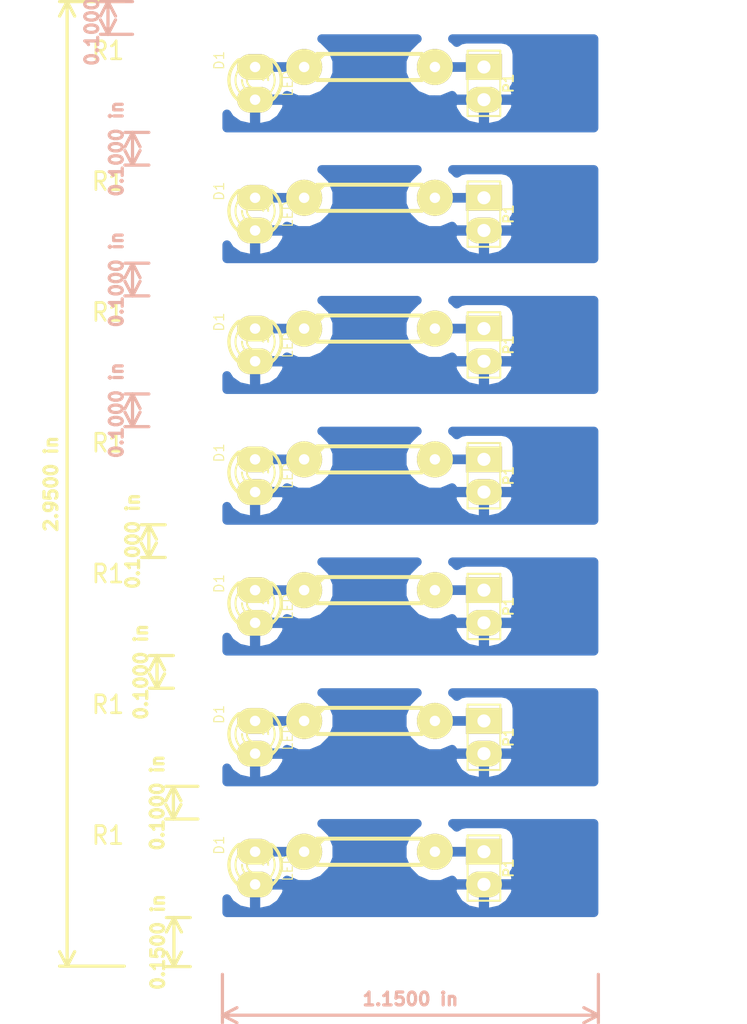
<source format=kicad_pcb>
(kicad_pcb (version 20171130) (host pcbnew 5.0.2-bee76a0~70~ubuntu16.04.1)

  (general
    (thickness 1.6)
    (drawings 25)
    (tracks 14)
    (zones 0)
    (modules 21)
    (nets 4)
  )

  (page A3)
  (layers
    (0 F.Cu signal)
    (31 B.Cu signal)
    (32 B.Adhes user)
    (33 F.Adhes user)
    (34 B.Paste user)
    (35 F.Paste user)
    (36 B.SilkS user)
    (37 F.SilkS user)
    (38 B.Mask user)
    (39 F.Mask user)
    (40 Dwgs.User user)
    (41 Cmts.User user)
    (42 Eco1.User user)
    (43 Eco2.User user)
    (44 Edge.Cuts user)
  )

  (setup
    (last_trace_width 0.75)
    (trace_clearance 0.254)
    (zone_clearance 0.8)
    (zone_45_only no)
    (trace_min 0.254)
    (segment_width 0.2)
    (edge_width 0.15)
    (via_size 0.889)
    (via_drill 0.635)
    (via_min_size 0.889)
    (via_min_drill 0.508)
    (uvia_size 0.508)
    (uvia_drill 0.127)
    (uvias_allowed no)
    (uvia_min_size 0.508)
    (uvia_min_drill 0.127)
    (pcb_text_width 0.3)
    (pcb_text_size 1 1)
    (mod_edge_width 0.15)
    (mod_text_size 1 1)
    (mod_text_width 0.15)
    (pad_size 2 2.8)
    (pad_drill 0.8128)
    (pad_to_mask_clearance 0)
    (solder_mask_min_width 0.25)
    (aux_axis_origin 49.53 54.61)
    (grid_origin 45.72 55.88)
    (visible_elements FFFFFFBF)
    (pcbplotparams
      (layerselection 0x00008_80000000)
      (usegerberextensions true)
      (usegerberattributes false)
      (usegerberadvancedattributes false)
      (creategerberjobfile false)
      (excludeedgelayer true)
      (linewidth 0.150000)
      (plotframeref false)
      (viasonmask false)
      (mode 1)
      (useauxorigin true)
      (hpglpennumber 1)
      (hpglpenspeed 20)
      (hpglpendiameter 15.000000)
      (psnegative false)
      (psa4output false)
      (plotreference false)
      (plotvalue false)
      (plotinvisibletext false)
      (padsonsilk false)
      (subtractmaskfromsilk false)
      (outputformat 1)
      (mirror false)
      (drillshape 0)
      (scaleselection 1)
      (outputdirectory ""))
  )

  (net 0 "")
  (net 1 N-000001)
  (net 2 N-000002)
  (net 3 N-000003)

  (net_class Default "Dies ist die voreingestellte Netzklasse."
    (clearance 0.254)
    (trace_width 0.75)
    (via_dia 0.889)
    (via_drill 0.635)
    (uvia_dia 0.508)
    (uvia_drill 0.127)
    (add_net N-000001)
    (add_net N-000002)
    (add_net N-000003)
  )

  (module PIN_ARRAY_2X1 (layer F.Cu) (tedit 58D04B6B) (tstamp 5C308D84)
    (at 66.04 -8.89 270)
    (descr "Connecteurs 2 pins")
    (tags "CONN DEV")
    (path /58049195)
    (fp_text reference P1 (at 0 -1.905 270) (layer F.SilkS)
      (effects (font (size 0.762 0.762) (thickness 0.1524)))
    )
    (fp_text value CONN_2 (at 0 -1.905 270) (layer F.SilkS) hide
      (effects (font (size 0.762 0.762) (thickness 0.1524)))
    )
    (fp_line (start 2.54 1.27) (end -2.54 1.27) (layer F.SilkS) (width 0.1524))
    (fp_line (start 2.54 -1.27) (end 2.54 1.27) (layer F.SilkS) (width 0.1524))
    (fp_line (start -2.54 -1.27) (end 2.54 -1.27) (layer F.SilkS) (width 0.1524))
    (fp_line (start -2.54 1.27) (end -2.54 -1.27) (layer F.SilkS) (width 0.1524))
    (pad 2 thru_hole oval (at 1.27 0 270) (size 2 2.8) (drill 1.016) (layers *.Cu *.Mask F.SilkS))
    (pad 1 thru_hole rect (at -1.27 0 270) (size 2 2.8) (drill 1.016) (layers *.Cu *.Mask F.SilkS))
    (model pin_array/pins_array_2x1.wrl
      (at (xyz 0 0 0))
      (scale (xyz 1 1 1))
      (rotate (xyz 0 0 0))
    )
  )

  (module LED-3MM (layer F.Cu) (tedit 58D04BDB) (tstamp 5C308D6C)
    (at 48.26 -8.89 90)
    (descr "LED 3mm - Lead pitch 100mil (2,54mm)")
    (tags "LED led 3mm 3MM 100mil 2,54mm")
    (path /58048ADF)
    (fp_text reference D1 (at 1.778 -2.794 90) (layer F.SilkS)
      (effects (font (size 0.762 0.762) (thickness 0.0889)))
    )
    (fp_text value LED (at 0 2.54 90) (layer F.SilkS)
      (effects (font (size 0.762 0.762) (thickness 0.0889)))
    )
    (fp_arc (start 0.254 0) (end -1.47574 1.06426) (angle 31.6) (layer F.SilkS) (width 0.254))
    (fp_arc (start 0.254 0) (end -1.778 0) (angle 28.3) (layer F.SilkS) (width 0.254))
    (fp_arc (start 0.254 0) (end 0.254 2.032) (angle 60.2) (layer F.SilkS) (width 0.254))
    (fp_arc (start 0.254 0) (end 1.8034 1.31064) (angle 49.7) (layer F.SilkS) (width 0.254))
    (fp_arc (start 0.254 0) (end -1.5367 -0.95504) (angle 61.9) (layer F.SilkS) (width 0.254))
    (fp_arc (start 0.254 0) (end 0.254 -2.032) (angle 50.1) (layer F.SilkS) (width 0.254))
    (fp_arc (start 0.254 0) (end 1.27 0) (angle 90) (layer F.SilkS) (width 0.1524))
    (fp_arc (start 0.254 0) (end 0.889 0) (angle 90) (layer F.SilkS) (width 0.1524))
    (fp_arc (start 0.254 0) (end -0.762 0) (angle 90) (layer F.SilkS) (width 0.1524))
    (fp_arc (start 0.254 0) (end -0.381 0) (angle 90) (layer F.SilkS) (width 0.1524))
    (fp_arc (start 0.254 0) (end 0.254 1.524) (angle 52.1) (layer F.SilkS) (width 0.1524))
    (fp_arc (start 0.254 0) (end 1.45542 0.93472) (angle 52.1) (layer F.SilkS) (width 0.1524))
    (fp_arc (start 0.254 0) (end -0.9652 -0.9144) (angle 53.1) (layer F.SilkS) (width 0.1524))
    (fp_arc (start 0.254 0) (end 0.254 -1.524) (angle 54.4) (layer F.SilkS) (width 0.1524))
    (fp_arc (start 0.254 0) (end 1.778 0) (angle 39.8) (layer F.SilkS) (width 0.1524))
    (fp_arc (start 0.254 0) (end 1.4097 -0.9906) (angle 40.6) (layer F.SilkS) (width 0.1524))
    (fp_arc (start 0.254 0) (end -0.88392 1.01092) (angle 41.6) (layer F.SilkS) (width 0.1524))
    (fp_arc (start 0.254 0) (end -1.27 0) (angle 39.8) (layer F.SilkS) (width 0.1524))
    (fp_line (start 1.8288 1.27) (end 1.8288 -1.27) (layer F.SilkS) (width 0.254))
    (pad 2 thru_hole oval (at 1.27 0 90) (size 2 2.8) (drill 0.8128) (layers *.Cu *.Mask F.SilkS))
    (pad 1 thru_hole oval (at -1.27 0 90) (size 2 2.8) (drill 0.8128) (layers *.Cu *.Mask F.SilkS))
    (model discret/leds/led3_vertical_verde.wrl
      (at (xyz 0 0 0))
      (scale (xyz 1 1 1))
      (rotate (xyz 0 0 0))
    )
  )

  (module R4 (layer F.Cu) (tedit 58D04BC3) (tstamp 5C308D5F)
    (at 57.15 -10.16)
    (descr "Resitance 4 pas")
    (tags R)
    (path /58048B1C)
    (autoplace_cost180 10)
    (fp_text reference R1 (at -20.32 -1.27) (layer F.SilkS)
      (effects (font (size 1.397 1.27) (thickness 0.2032)))
    )
    (fp_text value R (at 0 0) (layer F.SilkS) hide
      (effects (font (size 1.397 1.27) (thickness 0.2032)))
    )
    (fp_line (start 5.08 0) (end 4.064 0) (layer F.SilkS) (width 0.3048))
    (fp_line (start -4.064 -0.508) (end -3.556 -1.016) (layer F.SilkS) (width 0.3048))
    (fp_line (start -4.064 1.016) (end -4.064 0) (layer F.SilkS) (width 0.3048))
    (fp_line (start 4.064 1.016) (end -4.064 1.016) (layer F.SilkS) (width 0.3048))
    (fp_line (start 4.064 -1.016) (end 4.064 1.016) (layer F.SilkS) (width 0.3048))
    (fp_line (start -4.064 -1.016) (end 4.064 -1.016) (layer F.SilkS) (width 0.3048))
    (fp_line (start -4.064 0) (end -4.064 -1.016) (layer F.SilkS) (width 0.3048))
    (fp_line (start -5.08 0) (end -4.064 0) (layer F.SilkS) (width 0.3048))
    (pad 2 thru_hole circle (at 5.08 0) (size 2.8 2.8) (drill 0.8128) (layers *.Cu *.Mask F.SilkS))
    (pad 1 thru_hole circle (at -5.08 0) (size 2.8 2.8) (drill 0.8128) (layers *.Cu *.Mask F.SilkS))
    (model discret/resistor.wrl
      (at (xyz 0 0 0))
      (scale (xyz 0.4 0.4 0.4))
      (rotate (xyz 0 0 0))
    )
  )

  (module PIN_ARRAY_2X1 (layer F.Cu) (tedit 58D04B6B) (tstamp 5C308D84)
    (at 66.04 1.27 270)
    (descr "Connecteurs 2 pins")
    (tags "CONN DEV")
    (path /58049195)
    (fp_text reference P1 (at 0 -1.905 270) (layer F.SilkS)
      (effects (font (size 0.762 0.762) (thickness 0.1524)))
    )
    (fp_text value CONN_2 (at 0 -1.905 270) (layer F.SilkS) hide
      (effects (font (size 0.762 0.762) (thickness 0.1524)))
    )
    (fp_line (start 2.54 1.27) (end -2.54 1.27) (layer F.SilkS) (width 0.1524))
    (fp_line (start 2.54 -1.27) (end 2.54 1.27) (layer F.SilkS) (width 0.1524))
    (fp_line (start -2.54 -1.27) (end 2.54 -1.27) (layer F.SilkS) (width 0.1524))
    (fp_line (start -2.54 1.27) (end -2.54 -1.27) (layer F.SilkS) (width 0.1524))
    (pad 2 thru_hole oval (at 1.27 0 270) (size 2 2.8) (drill 1.016) (layers *.Cu *.Mask F.SilkS))
    (pad 1 thru_hole rect (at -1.27 0 270) (size 2 2.8) (drill 1.016) (layers *.Cu *.Mask F.SilkS))
    (model pin_array/pins_array_2x1.wrl
      (at (xyz 0 0 0))
      (scale (xyz 1 1 1))
      (rotate (xyz 0 0 0))
    )
  )

  (module LED-3MM (layer F.Cu) (tedit 58D04BDB) (tstamp 5C308D6C)
    (at 48.26 1.27 90)
    (descr "LED 3mm - Lead pitch 100mil (2,54mm)")
    (tags "LED led 3mm 3MM 100mil 2,54mm")
    (path /58048ADF)
    (fp_text reference D1 (at 1.778 -2.794 90) (layer F.SilkS)
      (effects (font (size 0.762 0.762) (thickness 0.0889)))
    )
    (fp_text value LED (at 0 2.54 90) (layer F.SilkS)
      (effects (font (size 0.762 0.762) (thickness 0.0889)))
    )
    (fp_arc (start 0.254 0) (end -1.47574 1.06426) (angle 31.6) (layer F.SilkS) (width 0.254))
    (fp_arc (start 0.254 0) (end -1.778 0) (angle 28.3) (layer F.SilkS) (width 0.254))
    (fp_arc (start 0.254 0) (end 0.254 2.032) (angle 60.2) (layer F.SilkS) (width 0.254))
    (fp_arc (start 0.254 0) (end 1.8034 1.31064) (angle 49.7) (layer F.SilkS) (width 0.254))
    (fp_arc (start 0.254 0) (end -1.5367 -0.95504) (angle 61.9) (layer F.SilkS) (width 0.254))
    (fp_arc (start 0.254 0) (end 0.254 -2.032) (angle 50.1) (layer F.SilkS) (width 0.254))
    (fp_arc (start 0.254 0) (end 1.27 0) (angle 90) (layer F.SilkS) (width 0.1524))
    (fp_arc (start 0.254 0) (end 0.889 0) (angle 90) (layer F.SilkS) (width 0.1524))
    (fp_arc (start 0.254 0) (end -0.762 0) (angle 90) (layer F.SilkS) (width 0.1524))
    (fp_arc (start 0.254 0) (end -0.381 0) (angle 90) (layer F.SilkS) (width 0.1524))
    (fp_arc (start 0.254 0) (end 0.254 1.524) (angle 52.1) (layer F.SilkS) (width 0.1524))
    (fp_arc (start 0.254 0) (end 1.45542 0.93472) (angle 52.1) (layer F.SilkS) (width 0.1524))
    (fp_arc (start 0.254 0) (end -0.9652 -0.9144) (angle 53.1) (layer F.SilkS) (width 0.1524))
    (fp_arc (start 0.254 0) (end 0.254 -1.524) (angle 54.4) (layer F.SilkS) (width 0.1524))
    (fp_arc (start 0.254 0) (end 1.778 0) (angle 39.8) (layer F.SilkS) (width 0.1524))
    (fp_arc (start 0.254 0) (end 1.4097 -0.9906) (angle 40.6) (layer F.SilkS) (width 0.1524))
    (fp_arc (start 0.254 0) (end -0.88392 1.01092) (angle 41.6) (layer F.SilkS) (width 0.1524))
    (fp_arc (start 0.254 0) (end -1.27 0) (angle 39.8) (layer F.SilkS) (width 0.1524))
    (fp_line (start 1.8288 1.27) (end 1.8288 -1.27) (layer F.SilkS) (width 0.254))
    (pad 2 thru_hole oval (at 1.27 0 90) (size 2 2.8) (drill 0.8128) (layers *.Cu *.Mask F.SilkS))
    (pad 1 thru_hole oval (at -1.27 0 90) (size 2 2.8) (drill 0.8128) (layers *.Cu *.Mask F.SilkS))
    (model discret/leds/led3_vertical_verde.wrl
      (at (xyz 0 0 0))
      (scale (xyz 1 1 1))
      (rotate (xyz 0 0 0))
    )
  )

  (module R4 (layer F.Cu) (tedit 58D04BC3) (tstamp 5C308D5F)
    (at 57.15 0)
    (descr "Resitance 4 pas")
    (tags R)
    (path /58048B1C)
    (autoplace_cost180 10)
    (fp_text reference R1 (at -20.32 -1.27) (layer F.SilkS)
      (effects (font (size 1.397 1.27) (thickness 0.2032)))
    )
    (fp_text value R (at 0 0) (layer F.SilkS) hide
      (effects (font (size 1.397 1.27) (thickness 0.2032)))
    )
    (fp_line (start 5.08 0) (end 4.064 0) (layer F.SilkS) (width 0.3048))
    (fp_line (start -4.064 -0.508) (end -3.556 -1.016) (layer F.SilkS) (width 0.3048))
    (fp_line (start -4.064 1.016) (end -4.064 0) (layer F.SilkS) (width 0.3048))
    (fp_line (start 4.064 1.016) (end -4.064 1.016) (layer F.SilkS) (width 0.3048))
    (fp_line (start 4.064 -1.016) (end 4.064 1.016) (layer F.SilkS) (width 0.3048))
    (fp_line (start -4.064 -1.016) (end 4.064 -1.016) (layer F.SilkS) (width 0.3048))
    (fp_line (start -4.064 0) (end -4.064 -1.016) (layer F.SilkS) (width 0.3048))
    (fp_line (start -5.08 0) (end -4.064 0) (layer F.SilkS) (width 0.3048))
    (pad 2 thru_hole circle (at 5.08 0) (size 2.8 2.8) (drill 0.8128) (layers *.Cu *.Mask F.SilkS))
    (pad 1 thru_hole circle (at -5.08 0) (size 2.8 2.8) (drill 0.8128) (layers *.Cu *.Mask F.SilkS))
    (model discret/resistor.wrl
      (at (xyz 0 0 0))
      (scale (xyz 0.4 0.4 0.4))
      (rotate (xyz 0 0 0))
    )
  )

  (module PIN_ARRAY_2X1 (layer F.Cu) (tedit 58D04B6B) (tstamp 5C308D84)
    (at 66.04 11.43 270)
    (descr "Connecteurs 2 pins")
    (tags "CONN DEV")
    (path /58049195)
    (fp_text reference P1 (at 0 -1.905 270) (layer F.SilkS)
      (effects (font (size 0.762 0.762) (thickness 0.1524)))
    )
    (fp_text value CONN_2 (at 0 -1.905 270) (layer F.SilkS) hide
      (effects (font (size 0.762 0.762) (thickness 0.1524)))
    )
    (fp_line (start 2.54 1.27) (end -2.54 1.27) (layer F.SilkS) (width 0.1524))
    (fp_line (start 2.54 -1.27) (end 2.54 1.27) (layer F.SilkS) (width 0.1524))
    (fp_line (start -2.54 -1.27) (end 2.54 -1.27) (layer F.SilkS) (width 0.1524))
    (fp_line (start -2.54 1.27) (end -2.54 -1.27) (layer F.SilkS) (width 0.1524))
    (pad 2 thru_hole oval (at 1.27 0 270) (size 2 2.8) (drill 1.016) (layers *.Cu *.Mask F.SilkS))
    (pad 1 thru_hole rect (at -1.27 0 270) (size 2 2.8) (drill 1.016) (layers *.Cu *.Mask F.SilkS))
    (model pin_array/pins_array_2x1.wrl
      (at (xyz 0 0 0))
      (scale (xyz 1 1 1))
      (rotate (xyz 0 0 0))
    )
  )

  (module LED-3MM (layer F.Cu) (tedit 58D04BDB) (tstamp 5C308D6C)
    (at 48.26 11.43 90)
    (descr "LED 3mm - Lead pitch 100mil (2,54mm)")
    (tags "LED led 3mm 3MM 100mil 2,54mm")
    (path /58048ADF)
    (fp_text reference D1 (at 1.778 -2.794 90) (layer F.SilkS)
      (effects (font (size 0.762 0.762) (thickness 0.0889)))
    )
    (fp_text value LED (at 0 2.54 90) (layer F.SilkS)
      (effects (font (size 0.762 0.762) (thickness 0.0889)))
    )
    (fp_arc (start 0.254 0) (end -1.47574 1.06426) (angle 31.6) (layer F.SilkS) (width 0.254))
    (fp_arc (start 0.254 0) (end -1.778 0) (angle 28.3) (layer F.SilkS) (width 0.254))
    (fp_arc (start 0.254 0) (end 0.254 2.032) (angle 60.2) (layer F.SilkS) (width 0.254))
    (fp_arc (start 0.254 0) (end 1.8034 1.31064) (angle 49.7) (layer F.SilkS) (width 0.254))
    (fp_arc (start 0.254 0) (end -1.5367 -0.95504) (angle 61.9) (layer F.SilkS) (width 0.254))
    (fp_arc (start 0.254 0) (end 0.254 -2.032) (angle 50.1) (layer F.SilkS) (width 0.254))
    (fp_arc (start 0.254 0) (end 1.27 0) (angle 90) (layer F.SilkS) (width 0.1524))
    (fp_arc (start 0.254 0) (end 0.889 0) (angle 90) (layer F.SilkS) (width 0.1524))
    (fp_arc (start 0.254 0) (end -0.762 0) (angle 90) (layer F.SilkS) (width 0.1524))
    (fp_arc (start 0.254 0) (end -0.381 0) (angle 90) (layer F.SilkS) (width 0.1524))
    (fp_arc (start 0.254 0) (end 0.254 1.524) (angle 52.1) (layer F.SilkS) (width 0.1524))
    (fp_arc (start 0.254 0) (end 1.45542 0.93472) (angle 52.1) (layer F.SilkS) (width 0.1524))
    (fp_arc (start 0.254 0) (end -0.9652 -0.9144) (angle 53.1) (layer F.SilkS) (width 0.1524))
    (fp_arc (start 0.254 0) (end 0.254 -1.524) (angle 54.4) (layer F.SilkS) (width 0.1524))
    (fp_arc (start 0.254 0) (end 1.778 0) (angle 39.8) (layer F.SilkS) (width 0.1524))
    (fp_arc (start 0.254 0) (end 1.4097 -0.9906) (angle 40.6) (layer F.SilkS) (width 0.1524))
    (fp_arc (start 0.254 0) (end -0.88392 1.01092) (angle 41.6) (layer F.SilkS) (width 0.1524))
    (fp_arc (start 0.254 0) (end -1.27 0) (angle 39.8) (layer F.SilkS) (width 0.1524))
    (fp_line (start 1.8288 1.27) (end 1.8288 -1.27) (layer F.SilkS) (width 0.254))
    (pad 2 thru_hole oval (at 1.27 0 90) (size 2 2.8) (drill 0.8128) (layers *.Cu *.Mask F.SilkS))
    (pad 1 thru_hole oval (at -1.27 0 90) (size 2 2.8) (drill 0.8128) (layers *.Cu *.Mask F.SilkS))
    (model discret/leds/led3_vertical_verde.wrl
      (at (xyz 0 0 0))
      (scale (xyz 1 1 1))
      (rotate (xyz 0 0 0))
    )
  )

  (module R4 (layer F.Cu) (tedit 58D04BC3) (tstamp 5C308D5F)
    (at 57.15 10.16)
    (descr "Resitance 4 pas")
    (tags R)
    (path /58048B1C)
    (autoplace_cost180 10)
    (fp_text reference R1 (at -20.32 -1.27) (layer F.SilkS)
      (effects (font (size 1.397 1.27) (thickness 0.2032)))
    )
    (fp_text value R (at 0 0) (layer F.SilkS) hide
      (effects (font (size 1.397 1.27) (thickness 0.2032)))
    )
    (fp_line (start 5.08 0) (end 4.064 0) (layer F.SilkS) (width 0.3048))
    (fp_line (start -4.064 -0.508) (end -3.556 -1.016) (layer F.SilkS) (width 0.3048))
    (fp_line (start -4.064 1.016) (end -4.064 0) (layer F.SilkS) (width 0.3048))
    (fp_line (start 4.064 1.016) (end -4.064 1.016) (layer F.SilkS) (width 0.3048))
    (fp_line (start 4.064 -1.016) (end 4.064 1.016) (layer F.SilkS) (width 0.3048))
    (fp_line (start -4.064 -1.016) (end 4.064 -1.016) (layer F.SilkS) (width 0.3048))
    (fp_line (start -4.064 0) (end -4.064 -1.016) (layer F.SilkS) (width 0.3048))
    (fp_line (start -5.08 0) (end -4.064 0) (layer F.SilkS) (width 0.3048))
    (pad 2 thru_hole circle (at 5.08 0) (size 2.8 2.8) (drill 0.8128) (layers *.Cu *.Mask F.SilkS))
    (pad 1 thru_hole circle (at -5.08 0) (size 2.8 2.8) (drill 0.8128) (layers *.Cu *.Mask F.SilkS))
    (model discret/resistor.wrl
      (at (xyz 0 0 0))
      (scale (xyz 0.4 0.4 0.4))
      (rotate (xyz 0 0 0))
    )
  )

  (module PIN_ARRAY_2X1 (layer F.Cu) (tedit 58D04B6B) (tstamp 5C308D84)
    (at 66.04 21.59 270)
    (descr "Connecteurs 2 pins")
    (tags "CONN DEV")
    (path /58049195)
    (fp_text reference P1 (at 0 -1.905 270) (layer F.SilkS)
      (effects (font (size 0.762 0.762) (thickness 0.1524)))
    )
    (fp_text value CONN_2 (at 0 -1.905 270) (layer F.SilkS) hide
      (effects (font (size 0.762 0.762) (thickness 0.1524)))
    )
    (fp_line (start 2.54 1.27) (end -2.54 1.27) (layer F.SilkS) (width 0.1524))
    (fp_line (start 2.54 -1.27) (end 2.54 1.27) (layer F.SilkS) (width 0.1524))
    (fp_line (start -2.54 -1.27) (end 2.54 -1.27) (layer F.SilkS) (width 0.1524))
    (fp_line (start -2.54 1.27) (end -2.54 -1.27) (layer F.SilkS) (width 0.1524))
    (pad 2 thru_hole oval (at 1.27 0 270) (size 2 2.8) (drill 1.016) (layers *.Cu *.Mask F.SilkS))
    (pad 1 thru_hole rect (at -1.27 0 270) (size 2 2.8) (drill 1.016) (layers *.Cu *.Mask F.SilkS))
    (model pin_array/pins_array_2x1.wrl
      (at (xyz 0 0 0))
      (scale (xyz 1 1 1))
      (rotate (xyz 0 0 0))
    )
  )

  (module LED-3MM (layer F.Cu) (tedit 58D04BDB) (tstamp 5C308D6C)
    (at 48.26 21.59 90)
    (descr "LED 3mm - Lead pitch 100mil (2,54mm)")
    (tags "LED led 3mm 3MM 100mil 2,54mm")
    (path /58048ADF)
    (fp_text reference D1 (at 1.778 -2.794 90) (layer F.SilkS)
      (effects (font (size 0.762 0.762) (thickness 0.0889)))
    )
    (fp_text value LED (at 0 2.54 90) (layer F.SilkS)
      (effects (font (size 0.762 0.762) (thickness 0.0889)))
    )
    (fp_arc (start 0.254 0) (end -1.47574 1.06426) (angle 31.6) (layer F.SilkS) (width 0.254))
    (fp_arc (start 0.254 0) (end -1.778 0) (angle 28.3) (layer F.SilkS) (width 0.254))
    (fp_arc (start 0.254 0) (end 0.254 2.032) (angle 60.2) (layer F.SilkS) (width 0.254))
    (fp_arc (start 0.254 0) (end 1.8034 1.31064) (angle 49.7) (layer F.SilkS) (width 0.254))
    (fp_arc (start 0.254 0) (end -1.5367 -0.95504) (angle 61.9) (layer F.SilkS) (width 0.254))
    (fp_arc (start 0.254 0) (end 0.254 -2.032) (angle 50.1) (layer F.SilkS) (width 0.254))
    (fp_arc (start 0.254 0) (end 1.27 0) (angle 90) (layer F.SilkS) (width 0.1524))
    (fp_arc (start 0.254 0) (end 0.889 0) (angle 90) (layer F.SilkS) (width 0.1524))
    (fp_arc (start 0.254 0) (end -0.762 0) (angle 90) (layer F.SilkS) (width 0.1524))
    (fp_arc (start 0.254 0) (end -0.381 0) (angle 90) (layer F.SilkS) (width 0.1524))
    (fp_arc (start 0.254 0) (end 0.254 1.524) (angle 52.1) (layer F.SilkS) (width 0.1524))
    (fp_arc (start 0.254 0) (end 1.45542 0.93472) (angle 52.1) (layer F.SilkS) (width 0.1524))
    (fp_arc (start 0.254 0) (end -0.9652 -0.9144) (angle 53.1) (layer F.SilkS) (width 0.1524))
    (fp_arc (start 0.254 0) (end 0.254 -1.524) (angle 54.4) (layer F.SilkS) (width 0.1524))
    (fp_arc (start 0.254 0) (end 1.778 0) (angle 39.8) (layer F.SilkS) (width 0.1524))
    (fp_arc (start 0.254 0) (end 1.4097 -0.9906) (angle 40.6) (layer F.SilkS) (width 0.1524))
    (fp_arc (start 0.254 0) (end -0.88392 1.01092) (angle 41.6) (layer F.SilkS) (width 0.1524))
    (fp_arc (start 0.254 0) (end -1.27 0) (angle 39.8) (layer F.SilkS) (width 0.1524))
    (fp_line (start 1.8288 1.27) (end 1.8288 -1.27) (layer F.SilkS) (width 0.254))
    (pad 2 thru_hole oval (at 1.27 0 90) (size 2 2.8) (drill 0.8128) (layers *.Cu *.Mask F.SilkS))
    (pad 1 thru_hole oval (at -1.27 0 90) (size 2 2.8) (drill 0.8128) (layers *.Cu *.Mask F.SilkS))
    (model discret/leds/led3_vertical_verde.wrl
      (at (xyz 0 0 0))
      (scale (xyz 1 1 1))
      (rotate (xyz 0 0 0))
    )
  )

  (module R4 (layer F.Cu) (tedit 58D04BC3) (tstamp 5C308D5F)
    (at 57.15 20.32)
    (descr "Resitance 4 pas")
    (tags R)
    (path /58048B1C)
    (autoplace_cost180 10)
    (fp_text reference R1 (at -20.32 -1.27) (layer F.SilkS)
      (effects (font (size 1.397 1.27) (thickness 0.2032)))
    )
    (fp_text value R (at 0 0) (layer F.SilkS) hide
      (effects (font (size 1.397 1.27) (thickness 0.2032)))
    )
    (fp_line (start 5.08 0) (end 4.064 0) (layer F.SilkS) (width 0.3048))
    (fp_line (start -4.064 -0.508) (end -3.556 -1.016) (layer F.SilkS) (width 0.3048))
    (fp_line (start -4.064 1.016) (end -4.064 0) (layer F.SilkS) (width 0.3048))
    (fp_line (start 4.064 1.016) (end -4.064 1.016) (layer F.SilkS) (width 0.3048))
    (fp_line (start 4.064 -1.016) (end 4.064 1.016) (layer F.SilkS) (width 0.3048))
    (fp_line (start -4.064 -1.016) (end 4.064 -1.016) (layer F.SilkS) (width 0.3048))
    (fp_line (start -4.064 0) (end -4.064 -1.016) (layer F.SilkS) (width 0.3048))
    (fp_line (start -5.08 0) (end -4.064 0) (layer F.SilkS) (width 0.3048))
    (pad 2 thru_hole circle (at 5.08 0) (size 2.8 2.8) (drill 0.8128) (layers *.Cu *.Mask F.SilkS))
    (pad 1 thru_hole circle (at -5.08 0) (size 2.8 2.8) (drill 0.8128) (layers *.Cu *.Mask F.SilkS))
    (model discret/resistor.wrl
      (at (xyz 0 0 0))
      (scale (xyz 0.4 0.4 0.4))
      (rotate (xyz 0 0 0))
    )
  )

  (module PIN_ARRAY_2X1 (layer F.Cu) (tedit 58D04B6B) (tstamp 5C3094A6)
    (at 66.04 31.75 270)
    (descr "Connecteurs 2 pins")
    (tags "CONN DEV")
    (path /58049195)
    (fp_text reference P1 (at 0 -1.905 270) (layer F.SilkS)
      (effects (font (size 0.762 0.762) (thickness 0.1524)))
    )
    (fp_text value CONN_2 (at 0 -1.905 270) (layer F.SilkS) hide
      (effects (font (size 0.762 0.762) (thickness 0.1524)))
    )
    (fp_line (start -2.54 1.27) (end -2.54 -1.27) (layer F.SilkS) (width 0.1524))
    (fp_line (start -2.54 -1.27) (end 2.54 -1.27) (layer F.SilkS) (width 0.1524))
    (fp_line (start 2.54 -1.27) (end 2.54 1.27) (layer F.SilkS) (width 0.1524))
    (fp_line (start 2.54 1.27) (end -2.54 1.27) (layer F.SilkS) (width 0.1524))
    (pad 1 thru_hole rect (at -1.27 0 270) (size 2 2.8) (drill 1.016) (layers *.Cu *.Mask F.SilkS))
    (pad 2 thru_hole oval (at 1.27 0 270) (size 2 2.8) (drill 1.016) (layers *.Cu *.Mask F.SilkS))
    (model pin_array/pins_array_2x1.wrl
      (at (xyz 0 0 0))
      (scale (xyz 1 1 1))
      (rotate (xyz 0 0 0))
    )
  )

  (module LED-3MM (layer F.Cu) (tedit 58D04BDB) (tstamp 5C3095A5)
    (at 48.26 31.75 90)
    (descr "LED 3mm - Lead pitch 100mil (2,54mm)")
    (tags "LED led 3mm 3MM 100mil 2,54mm")
    (path /58048ADF)
    (fp_text reference D1 (at 1.778 -2.794 90) (layer F.SilkS)
      (effects (font (size 0.762 0.762) (thickness 0.0889)))
    )
    (fp_text value LED (at 0 2.54 90) (layer F.SilkS)
      (effects (font (size 0.762 0.762) (thickness 0.0889)))
    )
    (fp_line (start 1.8288 1.27) (end 1.8288 -1.27) (layer F.SilkS) (width 0.254))
    (fp_arc (start 0.254 0) (end -1.27 0) (angle 39.8) (layer F.SilkS) (width 0.1524))
    (fp_arc (start 0.254 0) (end -0.88392 1.01092) (angle 41.6) (layer F.SilkS) (width 0.1524))
    (fp_arc (start 0.254 0) (end 1.4097 -0.9906) (angle 40.6) (layer F.SilkS) (width 0.1524))
    (fp_arc (start 0.254 0) (end 1.778 0) (angle 39.8) (layer F.SilkS) (width 0.1524))
    (fp_arc (start 0.254 0) (end 0.254 -1.524) (angle 54.4) (layer F.SilkS) (width 0.1524))
    (fp_arc (start 0.254 0) (end -0.9652 -0.9144) (angle 53.1) (layer F.SilkS) (width 0.1524))
    (fp_arc (start 0.254 0) (end 1.45542 0.93472) (angle 52.1) (layer F.SilkS) (width 0.1524))
    (fp_arc (start 0.254 0) (end 0.254 1.524) (angle 52.1) (layer F.SilkS) (width 0.1524))
    (fp_arc (start 0.254 0) (end -0.381 0) (angle 90) (layer F.SilkS) (width 0.1524))
    (fp_arc (start 0.254 0) (end -0.762 0) (angle 90) (layer F.SilkS) (width 0.1524))
    (fp_arc (start 0.254 0) (end 0.889 0) (angle 90) (layer F.SilkS) (width 0.1524))
    (fp_arc (start 0.254 0) (end 1.27 0) (angle 90) (layer F.SilkS) (width 0.1524))
    (fp_arc (start 0.254 0) (end 0.254 -2.032) (angle 50.1) (layer F.SilkS) (width 0.254))
    (fp_arc (start 0.254 0) (end -1.5367 -0.95504) (angle 61.9) (layer F.SilkS) (width 0.254))
    (fp_arc (start 0.254 0) (end 1.8034 1.31064) (angle 49.7) (layer F.SilkS) (width 0.254))
    (fp_arc (start 0.254 0) (end 0.254 2.032) (angle 60.2) (layer F.SilkS) (width 0.254))
    (fp_arc (start 0.254 0) (end -1.778 0) (angle 28.3) (layer F.SilkS) (width 0.254))
    (fp_arc (start 0.254 0) (end -1.47574 1.06426) (angle 31.6) (layer F.SilkS) (width 0.254))
    (pad 1 thru_hole oval (at -1.27 0 90) (size 2 2.8) (drill 0.8128) (layers *.Cu *.Mask F.SilkS))
    (pad 2 thru_hole oval (at 1.27 0 90) (size 2 2.8) (drill 0.8128) (layers *.Cu *.Mask F.SilkS))
    (model discret/leds/led3_vertical_verde.wrl
      (at (xyz 0 0 0))
      (scale (xyz 1 1 1))
      (rotate (xyz 0 0 0))
    )
  )

  (module R4 (layer F.Cu) (tedit 58D04BC3) (tstamp 5C3094E6)
    (at 57.15 30.48)
    (descr "Resitance 4 pas")
    (tags R)
    (path /58048B1C)
    (autoplace_cost180 10)
    (fp_text reference R1 (at -20.32 -1.27) (layer F.SilkS)
      (effects (font (size 1.397 1.27) (thickness 0.2032)))
    )
    (fp_text value R (at 0 0) (layer F.SilkS) hide
      (effects (font (size 1.397 1.27) (thickness 0.2032)))
    )
    (fp_line (start -5.08 0) (end -4.064 0) (layer F.SilkS) (width 0.3048))
    (fp_line (start -4.064 0) (end -4.064 -1.016) (layer F.SilkS) (width 0.3048))
    (fp_line (start -4.064 -1.016) (end 4.064 -1.016) (layer F.SilkS) (width 0.3048))
    (fp_line (start 4.064 -1.016) (end 4.064 1.016) (layer F.SilkS) (width 0.3048))
    (fp_line (start 4.064 1.016) (end -4.064 1.016) (layer F.SilkS) (width 0.3048))
    (fp_line (start -4.064 1.016) (end -4.064 0) (layer F.SilkS) (width 0.3048))
    (fp_line (start -4.064 -0.508) (end -3.556 -1.016) (layer F.SilkS) (width 0.3048))
    (fp_line (start 5.08 0) (end 4.064 0) (layer F.SilkS) (width 0.3048))
    (pad 1 thru_hole circle (at -5.08 0) (size 2.8 2.8) (drill 0.8128) (layers *.Cu *.Mask F.SilkS))
    (pad 2 thru_hole circle (at 5.08 0) (size 2.8 2.8) (drill 0.8128) (layers *.Cu *.Mask F.SilkS))
    (model discret/resistor.wrl
      (at (xyz 0 0 0))
      (scale (xyz 0.4 0.4 0.4))
      (rotate (xyz 0 0 0))
    )
  )

  (module PIN_ARRAY_2X1 (layer F.Cu) (tedit 58D04B6B) (tstamp 5C30941C)
    (at 66.04 41.91 270)
    (descr "Connecteurs 2 pins")
    (tags "CONN DEV")
    (path /58049195)
    (fp_text reference P1 (at 0 -1.905 270) (layer F.SilkS)
      (effects (font (size 0.762 0.762) (thickness 0.1524)))
    )
    (fp_text value CONN_2 (at 0 -1.905 270) (layer F.SilkS) hide
      (effects (font (size 0.762 0.762) (thickness 0.1524)))
    )
    (fp_line (start -2.54 1.27) (end -2.54 -1.27) (layer F.SilkS) (width 0.1524))
    (fp_line (start -2.54 -1.27) (end 2.54 -1.27) (layer F.SilkS) (width 0.1524))
    (fp_line (start 2.54 -1.27) (end 2.54 1.27) (layer F.SilkS) (width 0.1524))
    (fp_line (start 2.54 1.27) (end -2.54 1.27) (layer F.SilkS) (width 0.1524))
    (pad 1 thru_hole rect (at -1.27 0 270) (size 2 2.8) (drill 1.016) (layers *.Cu *.Mask F.SilkS))
    (pad 2 thru_hole oval (at 1.27 0 270) (size 2 2.8) (drill 1.016) (layers *.Cu *.Mask F.SilkS))
    (model pin_array/pins_array_2x1.wrl
      (at (xyz 0 0 0))
      (scale (xyz 1 1 1))
      (rotate (xyz 0 0 0))
    )
  )

  (module LED-3MM (layer F.Cu) (tedit 58D04BDB) (tstamp 5C309446)
    (at 48.26 41.91 90)
    (descr "LED 3mm - Lead pitch 100mil (2,54mm)")
    (tags "LED led 3mm 3MM 100mil 2,54mm")
    (path /58048ADF)
    (fp_text reference D1 (at 1.778 -2.794 90) (layer F.SilkS)
      (effects (font (size 0.762 0.762) (thickness 0.0889)))
    )
    (fp_text value LED (at 0 2.54 90) (layer F.SilkS)
      (effects (font (size 0.762 0.762) (thickness 0.0889)))
    )
    (fp_line (start 1.8288 1.27) (end 1.8288 -1.27) (layer F.SilkS) (width 0.254))
    (fp_arc (start 0.254 0) (end -1.27 0) (angle 39.8) (layer F.SilkS) (width 0.1524))
    (fp_arc (start 0.254 0) (end -0.88392 1.01092) (angle 41.6) (layer F.SilkS) (width 0.1524))
    (fp_arc (start 0.254 0) (end 1.4097 -0.9906) (angle 40.6) (layer F.SilkS) (width 0.1524))
    (fp_arc (start 0.254 0) (end 1.778 0) (angle 39.8) (layer F.SilkS) (width 0.1524))
    (fp_arc (start 0.254 0) (end 0.254 -1.524) (angle 54.4) (layer F.SilkS) (width 0.1524))
    (fp_arc (start 0.254 0) (end -0.9652 -0.9144) (angle 53.1) (layer F.SilkS) (width 0.1524))
    (fp_arc (start 0.254 0) (end 1.45542 0.93472) (angle 52.1) (layer F.SilkS) (width 0.1524))
    (fp_arc (start 0.254 0) (end 0.254 1.524) (angle 52.1) (layer F.SilkS) (width 0.1524))
    (fp_arc (start 0.254 0) (end -0.381 0) (angle 90) (layer F.SilkS) (width 0.1524))
    (fp_arc (start 0.254 0) (end -0.762 0) (angle 90) (layer F.SilkS) (width 0.1524))
    (fp_arc (start 0.254 0) (end 0.889 0) (angle 90) (layer F.SilkS) (width 0.1524))
    (fp_arc (start 0.254 0) (end 1.27 0) (angle 90) (layer F.SilkS) (width 0.1524))
    (fp_arc (start 0.254 0) (end 0.254 -2.032) (angle 50.1) (layer F.SilkS) (width 0.254))
    (fp_arc (start 0.254 0) (end -1.5367 -0.95504) (angle 61.9) (layer F.SilkS) (width 0.254))
    (fp_arc (start 0.254 0) (end 1.8034 1.31064) (angle 49.7) (layer F.SilkS) (width 0.254))
    (fp_arc (start 0.254 0) (end 0.254 2.032) (angle 60.2) (layer F.SilkS) (width 0.254))
    (fp_arc (start 0.254 0) (end -1.778 0) (angle 28.3) (layer F.SilkS) (width 0.254))
    (fp_arc (start 0.254 0) (end -1.47574 1.06426) (angle 31.6) (layer F.SilkS) (width 0.254))
    (pad 1 thru_hole oval (at -1.27 0 90) (size 2 2.8) (drill 0.8128) (layers *.Cu *.Mask F.SilkS))
    (pad 2 thru_hole oval (at 1.27 0 90) (size 2 2.8) (drill 0.8128) (layers *.Cu *.Mask F.SilkS))
    (model discret/leds/led3_vertical_verde.wrl
      (at (xyz 0 0 0))
      (scale (xyz 1 1 1))
      (rotate (xyz 0 0 0))
    )
  )

  (module R4 (layer F.Cu) (tedit 58D04BC3) (tstamp 5C309483)
    (at 57.15 40.64)
    (descr "Resitance 4 pas")
    (tags R)
    (path /58048B1C)
    (autoplace_cost180 10)
    (fp_text reference R1 (at -20.32 -1.27) (layer F.SilkS)
      (effects (font (size 1.397 1.27) (thickness 0.2032)))
    )
    (fp_text value R (at 0 0) (layer F.SilkS) hide
      (effects (font (size 1.397 1.27) (thickness 0.2032)))
    )
    (fp_line (start -5.08 0) (end -4.064 0) (layer F.SilkS) (width 0.3048))
    (fp_line (start -4.064 0) (end -4.064 -1.016) (layer F.SilkS) (width 0.3048))
    (fp_line (start -4.064 -1.016) (end 4.064 -1.016) (layer F.SilkS) (width 0.3048))
    (fp_line (start 4.064 -1.016) (end 4.064 1.016) (layer F.SilkS) (width 0.3048))
    (fp_line (start 4.064 1.016) (end -4.064 1.016) (layer F.SilkS) (width 0.3048))
    (fp_line (start -4.064 1.016) (end -4.064 0) (layer F.SilkS) (width 0.3048))
    (fp_line (start -4.064 -0.508) (end -3.556 -1.016) (layer F.SilkS) (width 0.3048))
    (fp_line (start 5.08 0) (end 4.064 0) (layer F.SilkS) (width 0.3048))
    (pad 1 thru_hole circle (at -5.08 0) (size 2.8 2.8) (drill 0.8128) (layers *.Cu *.Mask F.SilkS))
    (pad 2 thru_hole circle (at 5.08 0) (size 2.8 2.8) (drill 0.8128) (layers *.Cu *.Mask F.SilkS))
    (model discret/resistor.wrl
      (at (xyz 0 0 0))
      (scale (xyz 0.4 0.4 0.4))
      (rotate (xyz 0 0 0))
    )
  )

  (module R4 (layer F.Cu) (tedit 58D04BC3) (tstamp 5C309573)
    (at 57.15 50.8)
    (descr "Resitance 4 pas")
    (tags R)
    (path /58048B1C)
    (autoplace_cost180 10)
    (fp_text reference R1 (at -20.32 -1.27) (layer F.SilkS)
      (effects (font (size 1.397 1.27) (thickness 0.2032)))
    )
    (fp_text value R (at 0 0) (layer F.SilkS) hide
      (effects (font (size 1.397 1.27) (thickness 0.2032)))
    )
    (fp_line (start -5.08 0) (end -4.064 0) (layer F.SilkS) (width 0.3048))
    (fp_line (start -4.064 0) (end -4.064 -1.016) (layer F.SilkS) (width 0.3048))
    (fp_line (start -4.064 -1.016) (end 4.064 -1.016) (layer F.SilkS) (width 0.3048))
    (fp_line (start 4.064 -1.016) (end 4.064 1.016) (layer F.SilkS) (width 0.3048))
    (fp_line (start 4.064 1.016) (end -4.064 1.016) (layer F.SilkS) (width 0.3048))
    (fp_line (start -4.064 1.016) (end -4.064 0) (layer F.SilkS) (width 0.3048))
    (fp_line (start -4.064 -0.508) (end -3.556 -1.016) (layer F.SilkS) (width 0.3048))
    (fp_line (start 5.08 0) (end 4.064 0) (layer F.SilkS) (width 0.3048))
    (pad 1 thru_hole circle (at -5.08 0) (size 2.8 2.8) (drill 0.8128) (layers *.Cu *.Mask F.SilkS)
      (net 2 N-000002))
    (pad 2 thru_hole circle (at 5.08 0) (size 2.8 2.8) (drill 0.8128) (layers *.Cu *.Mask F.SilkS)
      (net 3 N-000003))
    (model discret/resistor.wrl
      (at (xyz 0 0 0))
      (scale (xyz 0.4 0.4 0.4))
      (rotate (xyz 0 0 0))
    )
  )

  (module PIN_ARRAY_2X1 (layer F.Cu) (tedit 58D04B6B) (tstamp 5C3094C7)
    (at 66.04 52.07 270)
    (descr "Connecteurs 2 pins")
    (tags "CONN DEV")
    (path /58049195)
    (fp_text reference P1 (at 0 -1.905 270) (layer F.SilkS)
      (effects (font (size 0.762 0.762) (thickness 0.1524)))
    )
    (fp_text value CONN_2 (at 0 -1.905 270) (layer F.SilkS) hide
      (effects (font (size 0.762 0.762) (thickness 0.1524)))
    )
    (fp_line (start 2.54 1.27) (end -2.54 1.27) (layer F.SilkS) (width 0.1524))
    (fp_line (start 2.54 -1.27) (end 2.54 1.27) (layer F.SilkS) (width 0.1524))
    (fp_line (start -2.54 -1.27) (end 2.54 -1.27) (layer F.SilkS) (width 0.1524))
    (fp_line (start -2.54 1.27) (end -2.54 -1.27) (layer F.SilkS) (width 0.1524))
    (pad 2 thru_hole oval (at 1.27 0 270) (size 2 2.8) (drill 1.016) (layers *.Cu *.Mask F.SilkS)
      (net 1 N-000001))
    (pad 1 thru_hole rect (at -1.27 0 270) (size 2 2.8) (drill 1.016) (layers *.Cu *.Mask F.SilkS)
      (net 3 N-000003))
    (model pin_array/pins_array_2x1.wrl
      (at (xyz 0 0 0))
      (scale (xyz 1 1 1))
      (rotate (xyz 0 0 0))
    )
  )

  (module LED-3MM (layer F.Cu) (tedit 58D04BDB) (tstamp 5C309530)
    (at 48.26 52.07 90)
    (descr "LED 3mm - Lead pitch 100mil (2,54mm)")
    (tags "LED led 3mm 3MM 100mil 2,54mm")
    (path /58048ADF)
    (fp_text reference D1 (at 1.778 -2.794 90) (layer F.SilkS)
      (effects (font (size 0.762 0.762) (thickness 0.0889)))
    )
    (fp_text value LED (at 0 2.54 90) (layer F.SilkS)
      (effects (font (size 0.762 0.762) (thickness 0.0889)))
    )
    (fp_line (start 1.8288 1.27) (end 1.8288 -1.27) (layer F.SilkS) (width 0.254))
    (fp_arc (start 0.254 0) (end -1.27 0) (angle 39.8) (layer F.SilkS) (width 0.1524))
    (fp_arc (start 0.254 0) (end -0.88392 1.01092) (angle 41.6) (layer F.SilkS) (width 0.1524))
    (fp_arc (start 0.254 0) (end 1.4097 -0.9906) (angle 40.6) (layer F.SilkS) (width 0.1524))
    (fp_arc (start 0.254 0) (end 1.778 0) (angle 39.8) (layer F.SilkS) (width 0.1524))
    (fp_arc (start 0.254 0) (end 0.254 -1.524) (angle 54.4) (layer F.SilkS) (width 0.1524))
    (fp_arc (start 0.254 0) (end -0.9652 -0.9144) (angle 53.1) (layer F.SilkS) (width 0.1524))
    (fp_arc (start 0.254 0) (end 1.45542 0.93472) (angle 52.1) (layer F.SilkS) (width 0.1524))
    (fp_arc (start 0.254 0) (end 0.254 1.524) (angle 52.1) (layer F.SilkS) (width 0.1524))
    (fp_arc (start 0.254 0) (end -0.381 0) (angle 90) (layer F.SilkS) (width 0.1524))
    (fp_arc (start 0.254 0) (end -0.762 0) (angle 90) (layer F.SilkS) (width 0.1524))
    (fp_arc (start 0.254 0) (end 0.889 0) (angle 90) (layer F.SilkS) (width 0.1524))
    (fp_arc (start 0.254 0) (end 1.27 0) (angle 90) (layer F.SilkS) (width 0.1524))
    (fp_arc (start 0.254 0) (end 0.254 -2.032) (angle 50.1) (layer F.SilkS) (width 0.254))
    (fp_arc (start 0.254 0) (end -1.5367 -0.95504) (angle 61.9) (layer F.SilkS) (width 0.254))
    (fp_arc (start 0.254 0) (end 1.8034 1.31064) (angle 49.7) (layer F.SilkS) (width 0.254))
    (fp_arc (start 0.254 0) (end 0.254 2.032) (angle 60.2) (layer F.SilkS) (width 0.254))
    (fp_arc (start 0.254 0) (end -1.778 0) (angle 28.3) (layer F.SilkS) (width 0.254))
    (fp_arc (start 0.254 0) (end -1.47574 1.06426) (angle 31.6) (layer F.SilkS) (width 0.254))
    (pad 1 thru_hole oval (at -1.27 0 90) (size 2 2.8) (drill 0.8128) (layers *.Cu *.Mask F.SilkS)
      (net 1 N-000001))
    (pad 2 thru_hole oval (at 1.27 0 90) (size 2 2.8) (drill 0.8128) (layers *.Cu *.Mask F.SilkS)
      (net 2 N-000002))
    (model discret/leds/led3_vertical_verde.wrl
      (at (xyz 0 0 0))
      (scale (xyz 1 1 1))
      (rotate (xyz 0 0 0))
    )
  )

  (dimension 29.21 (width 0.25) (layer B.SilkS)
    (gr_text "29,210 mm" (at 60.325 65) (layer B.SilkS)
      (effects (font (size 1 1) (thickness 0.25)))
    )
    (feature1 (pts (xy 74.93 60.325) (xy 74.93 64.086421)))
    (feature2 (pts (xy 45.72 60.325) (xy 45.72 64.086421)))
    (crossbar (pts (xy 45.72 63.5) (xy 74.93 63.5)))
    (arrow1a (pts (xy 74.93 63.5) (xy 73.803496 64.086421)))
    (arrow1b (pts (xy 74.93 63.5) (xy 73.803496 62.913579)))
    (arrow2a (pts (xy 45.72 63.5) (xy 46.846504 64.086421)))
    (arrow2b (pts (xy 45.72 63.5) (xy 46.846504 62.913579)))
  )
  (dimension 2.54 (width 0.25) (layer B.SilkS)
    (gr_text "2,540 mm" (at 35.33 -13.97 90) (layer B.SilkS)
      (effects (font (size 1 1) (thickness 0.25)))
    )
    (feature1 (pts (xy 38.735 -15.24) (xy 36.243579 -15.24)))
    (feature2 (pts (xy 38.735 -12.7) (xy 36.243579 -12.7)))
    (crossbar (pts (xy 36.83 -12.7) (xy 36.83 -15.24)))
    (arrow1a (pts (xy 36.83 -15.24) (xy 37.416421 -14.113496)))
    (arrow1b (pts (xy 36.83 -15.24) (xy 36.243579 -14.113496)))
    (arrow2a (pts (xy 36.83 -12.7) (xy 37.416421 -13.826504)))
    (arrow2b (pts (xy 36.83 -12.7) (xy 36.243579 -13.826504)))
  )
  (gr_text "GND\n" (at 68.58 -7.62) (layer F.Paste) (tstamp 5C308D5C)
    (effects (font (size 1.8 1.8) (thickness 0.1)) (justify left))
  )
  (gr_text PIN (at 68.58 -10.16) (layer F.Paste) (tstamp 5C308D5B)
    (effects (font (size 1.8 1.8) (thickness 0.1)) (justify left))
  )
  (dimension 2.54 (width 0.25) (layer B.SilkS)
    (gr_text "2,540 mm" (at 37.235 -3.81 90) (layer B.SilkS)
      (effects (font (size 1 1) (thickness 0.25)))
    )
    (feature1 (pts (xy 40.005 -5.08) (xy 38.148579 -5.08)))
    (feature2 (pts (xy 40.005 -2.54) (xy 38.148579 -2.54)))
    (crossbar (pts (xy 38.735 -2.54) (xy 38.735 -5.08)))
    (arrow1a (pts (xy 38.735 -5.08) (xy 39.321421 -3.953496)))
    (arrow1b (pts (xy 38.735 -5.08) (xy 38.148579 -3.953496)))
    (arrow2a (pts (xy 38.735 -2.54) (xy 39.321421 -3.666504)))
    (arrow2b (pts (xy 38.735 -2.54) (xy 38.148579 -3.666504)))
  )
  (gr_text "GND\n" (at 68.58 2.54) (layer F.Paste) (tstamp 5C308D5C)
    (effects (font (size 1.8 1.8) (thickness 0.1)) (justify left))
  )
  (gr_text PIN (at 68.58 0) (layer F.Paste) (tstamp 5C308D5B)
    (effects (font (size 1.8 1.8) (thickness 0.1)) (justify left))
  )
  (dimension 2.54 (width 0.25) (layer B.SilkS)
    (gr_text "2,540 mm" (at 37.235 6.35 90) (layer B.SilkS)
      (effects (font (size 1 1) (thickness 0.25)))
    )
    (feature1 (pts (xy 40.005 5.08) (xy 38.148579 5.08)))
    (feature2 (pts (xy 40.005 7.62) (xy 38.148579 7.62)))
    (crossbar (pts (xy 38.735 7.62) (xy 38.735 5.08)))
    (arrow1a (pts (xy 38.735 5.08) (xy 39.321421 6.206504)))
    (arrow1b (pts (xy 38.735 5.08) (xy 38.148579 6.206504)))
    (arrow2a (pts (xy 38.735 7.62) (xy 39.321421 6.493496)))
    (arrow2b (pts (xy 38.735 7.62) (xy 38.148579 6.493496)))
  )
  (gr_text "GND\n" (at 68.58 12.7) (layer F.Paste) (tstamp 5C308D5C)
    (effects (font (size 1.8 1.8) (thickness 0.1)) (justify left))
  )
  (gr_text PIN (at 68.58 10.16) (layer F.Paste) (tstamp 5C308D5B)
    (effects (font (size 1.8 1.8) (thickness 0.1)) (justify left))
  )
  (dimension 2.54 (width 0.25) (layer B.SilkS)
    (gr_text "2,540 mm" (at 37.235 16.51 90) (layer B.SilkS)
      (effects (font (size 1 1) (thickness 0.25)))
    )
    (feature1 (pts (xy 40.005 15.24) (xy 38.148579 15.24)))
    (feature2 (pts (xy 40.005 17.78) (xy 38.148579 17.78)))
    (crossbar (pts (xy 38.735 17.78) (xy 38.735 15.24)))
    (arrow1a (pts (xy 38.735 15.24) (xy 39.321421 16.366504)))
    (arrow1b (pts (xy 38.735 15.24) (xy 38.148579 16.366504)))
    (arrow2a (pts (xy 38.735 17.78) (xy 39.321421 16.653496)))
    (arrow2b (pts (xy 38.735 17.78) (xy 38.148579 16.653496)))
  )
  (gr_text "GND\n" (at 68.58 22.86) (layer F.Paste) (tstamp 5C308D5C)
    (effects (font (size 1.8 1.8) (thickness 0.1)) (justify left))
  )
  (gr_text PIN (at 68.58 20.32) (layer F.Paste) (tstamp 5C308D5B)
    (effects (font (size 1.8 1.8) (thickness 0.1)) (justify left))
  )
  (dimension 2.54 (width 0.25) (layer F.SilkS)
    (gr_text "2,540 mm" (at 38.505 26.67 90) (layer F.SilkS)
      (effects (font (size 1 1) (thickness 0.25)))
    )
    (feature1 (pts (xy 41.275 25.4) (xy 39.418579 25.4)))
    (feature2 (pts (xy 41.275 27.94) (xy 39.418579 27.94)))
    (crossbar (pts (xy 40.005 27.94) (xy 40.005 25.4)))
    (arrow1a (pts (xy 40.005 25.4) (xy 40.591421 26.526504)))
    (arrow1b (pts (xy 40.005 25.4) (xy 39.418579 26.526504)))
    (arrow2a (pts (xy 40.005 27.94) (xy 40.591421 26.813496)))
    (arrow2b (pts (xy 40.005 27.94) (xy 39.418579 26.813496)))
  )
  (dimension 2.54 (width 0.25) (layer F.SilkS)
    (gr_text "2,540 mm" (at 39.14 36.83 90) (layer F.SilkS)
      (effects (font (size 1 1) (thickness 0.25)))
    )
    (feature1 (pts (xy 41.91 35.56) (xy 40.053579 35.56)))
    (feature2 (pts (xy 41.91 38.1) (xy 40.053579 38.1)))
    (crossbar (pts (xy 40.64 38.1) (xy 40.64 35.56)))
    (arrow1a (pts (xy 40.64 35.56) (xy 41.226421 36.686504)))
    (arrow1b (pts (xy 40.64 35.56) (xy 40.053579 36.686504)))
    (arrow2a (pts (xy 40.64 38.1) (xy 41.226421 36.973496)))
    (arrow2b (pts (xy 40.64 38.1) (xy 40.053579 36.973496)))
  )
  (gr_text "GND\n" (at 68.58 33.02) (layer F.Paste) (tstamp 5C30940B)
    (effects (font (size 1.8 1.8) (thickness 0.1)) (justify left))
  )
  (gr_text PIN (at 68.58 30.48) (layer F.Paste) (tstamp 5C30940E)
    (effects (font (size 1.8 1.8) (thickness 0.1)) (justify left))
  )
  (dimension 3.81 (width 0.25) (layer F.SilkS) (tstamp 5C309562)
    (gr_text "3,810 mm" (at 40.453998 57.818741 270) (layer F.SilkS) (tstamp 5C3097F1)
      (effects (font (size 1 1) (thickness 0.25)))
    )
    (feature1 (pts (xy 43.223998 59.723741) (xy 41.367577 59.723741)))
    (feature2 (pts (xy 43.223998 55.913741) (xy 41.367577 55.913741)))
    (crossbar (pts (xy 41.953998 55.913741) (xy 41.953998 59.723741)))
    (arrow1a (pts (xy 41.953998 59.723741) (xy 41.367577 58.597237)))
    (arrow1b (pts (xy 41.953998 59.723741) (xy 42.540419 58.597237)))
    (arrow2a (pts (xy 41.953998 55.913741) (xy 41.367577 57.040245)))
    (arrow2b (pts (xy 41.953998 55.913741) (xy 42.540419 57.040245)))
  )
  (dimension 74.93 (width 0.25) (layer F.SilkS) (tstamp 5C309514)
    (gr_text "74,930 mm" (at 32.155 22.225 90) (layer F.SilkS) (tstamp 5C3097EB)
      (effects (font (size 1 1) (thickness 0.25)))
    )
    (feature1 (pts (xy 38.1 -15.24) (xy 33.068579 -15.24)))
    (feature2 (pts (xy 38.1 59.69) (xy 33.068579 59.69)))
    (crossbar (pts (xy 33.655 59.69) (xy 33.655 -15.24)))
    (arrow1a (pts (xy 33.655 -15.24) (xy 34.241421 -14.113496)))
    (arrow1b (pts (xy 33.655 -15.24) (xy 33.068579 -14.113496)))
    (arrow2a (pts (xy 33.655 59.69) (xy 34.241421 58.563496)))
    (arrow2b (pts (xy 33.655 59.69) (xy 33.068579 58.563496)))
  )
  (dimension 2.54 (width 0.25) (layer F.SilkS) (tstamp 5C3094BA)
    (gr_text "2,540 mm" (at 40.41 46.99 90) (layer F.SilkS) (tstamp 5C3094BB)
      (effects (font (size 1 1) (thickness 0.25)))
    )
    (feature1 (pts (xy 43.815 45.72) (xy 41.323579 45.72)))
    (feature2 (pts (xy 43.815 48.26) (xy 41.323579 48.26)))
    (crossbar (pts (xy 41.91 48.26) (xy 41.91 45.72)))
    (arrow1a (pts (xy 41.91 45.72) (xy 42.496421 46.846504)))
    (arrow1b (pts (xy 41.91 45.72) (xy 41.323579 46.846504)))
    (arrow2a (pts (xy 41.91 48.26) (xy 42.496421 47.133496)))
    (arrow2b (pts (xy 41.91 48.26) (xy 41.323579 47.133496)))
  )
  (gr_text "GND\n" (at 68.58 43.18) (layer F.Paste) (tstamp 5C309507)
    (effects (font (size 1.8 1.8) (thickness 0.1)) (justify left))
  )
  (gr_text PIN (at 68.58 40.64) (layer F.Paste) (tstamp 5C30950A)
    (effects (font (size 1.8 1.8) (thickness 0.1)) (justify left))
  )
  (gr_text PIN (at 68.58 50.8) (layer F.Paste) (tstamp 5C3095E5)
    (effects (font (size 1.8 1.8) (thickness 0.1)) (justify left))
  )
  (gr_text "GND\n" (at 68.58 53.34) (layer F.Paste) (tstamp 5C3095E2)
    (effects (font (size 1.8 1.8) (thickness 0.1)) (justify left))
  )
  (dimension 10.16 (width 0.25) (layer F.Adhes) (tstamp 5C3095DD)
    (gr_text "10,160 mm" (at 81.28 40.91) (layer F.Adhes) (tstamp 5C3095DE)
      (effects (font (size 1 1) (thickness 0.25)))
    )
    (feature1 (pts (xy 86.36 44.45) (xy 86.36 39.91)))
    (feature2 (pts (xy 76.2 44.45) (xy 76.2 39.91)))
    (crossbar (pts (xy 76.2 41.91) (xy 86.36 41.91)))
    (arrow1a (pts (xy 86.36 41.91) (xy 85.233496 42.496421)))
    (arrow1b (pts (xy 86.36 41.91) (xy 85.233496 41.323579)))
    (arrow2a (pts (xy 76.2 41.91) (xy 77.326504 42.496421)))
    (arrow2b (pts (xy 76.2 41.91) (xy 77.326504 41.323579)))
  )

  (segment (start 52.07 40.64) (end 48.26 40.64) (width 0.75) (layer B.Cu) (net 0) (tstamp 5C30950D))
  (segment (start 66.04 40.64) (end 62.23 40.64) (width 0.75) (layer B.Cu) (net 0) (tstamp 5C309504) (status 30))
  (segment (start 52.07 30.48) (end 48.26 30.48) (width 0.75) (layer B.Cu) (net 0) (tstamp 5C309411))
  (segment (start 66.04 30.48) (end 62.23 30.48) (width 0.75) (layer B.Cu) (net 0) (tstamp 5C309408) (status 30))
  (segment (start 52.07 20.32) (end 48.26 20.32) (width 0.75) (layer B.Cu) (net 0) (tstamp 5C308D5A))
  (segment (start 66.04 20.32) (end 62.23 20.32) (width 0.75) (layer B.Cu) (net 0) (tstamp 5C308D5D) (status 30))
  (segment (start 52.07 10.16) (end 48.26 10.16) (width 0.75) (layer B.Cu) (net 0) (tstamp 5C308D5A))
  (segment (start 66.04 10.16) (end 62.23 10.16) (width 0.75) (layer B.Cu) (net 0) (tstamp 5C308D5D) (status 30))
  (segment (start 52.07 0) (end 48.26 0) (width 0.75) (layer B.Cu) (net 0) (tstamp 5C308D5A))
  (segment (start 66.04 0) (end 62.23 0) (width 0.75) (layer B.Cu) (net 0) (tstamp 5C308D5D) (status 30))
  (segment (start 52.07 -10.16) (end 48.26 -10.16) (width 0.75) (layer B.Cu) (net 0) (tstamp 5C308D5A))
  (segment (start 66.04 -10.16) (end 62.23 -10.16) (width 0.75) (layer B.Cu) (net 0) (tstamp 5C308D5D) (status 30))
  (segment (start 52.07 50.8) (end 48.26 50.8) (width 0.75) (layer B.Cu) (net 2) (tstamp 5C3095E8))
  (segment (start 66.04 50.8) (end 62.23 50.8) (width 0.75) (layer B.Cu) (net 3) (tstamp 5C3095D9) (status 30))

  (zone (net 1) (net_name N-000001) (layer B.Cu) (tstamp 5C3095D6) (hatch edge 0.508)
    (connect_pads (clearance 0.8))
    (min_thickness 0.7)
    (fill yes (arc_segments 16) (thermal_gap 0.8) (thermal_bridge_width 0.8))
    (polygon
      (pts
        (xy 74.93 55.88) (xy 45.72 55.88) (xy 45.72 48.26) (xy 74.93 48.26)
      )
    )
    (filled_polygon
      (pts
        (xy 60.787428 48.636955) (xy 60.069476 49.353655) (xy 59.680444 50.290548) (xy 59.679559 51.305001) (xy 60.066955 52.242572)
        (xy 60.783655 52.960524) (xy 61.720548 53.349556) (xy 62.735001 53.350441) (xy 63.564967 53.007506) (xy 63.778171 53.29)
        (xy 65.99 53.29) (xy 65.99 53.27) (xy 66.09 53.27) (xy 66.09 53.29) (xy 68.301829 53.29)
        (xy 68.555134 52.954372) (xy 68.445476 52.563424) (xy 68.380321 52.460826) (xy 68.52015 52.256179) (xy 68.612529 51.8)
        (xy 68.612529 49.8) (xy 68.532341 49.373836) (xy 68.280478 48.98243) (xy 67.896179 48.71985) (xy 67.44 48.627471)
        (xy 64.64 48.627471) (xy 64.213836 48.707659) (xy 63.928011 48.891582) (xy 63.676345 48.639476) (xy 63.605359 48.61)
        (xy 74.58 48.61) (xy 74.58 55.53) (xy 46.07 55.53) (xy 46.07 54.455879) (xy 46.304365 54.824925)
        (xy 46.991037 55.307207) (xy 47.81 55.49) (xy 48.21 55.49) (xy 48.21 53.39) (xy 48.31 53.39)
        (xy 48.31 55.49) (xy 48.71 55.49) (xy 49.528963 55.307207) (xy 50.215635 54.824925) (xy 50.665476 54.116576)
        (xy 50.775134 53.725628) (xy 63.524866 53.725628) (xy 63.634524 54.116576) (xy 64.084365 54.824925) (xy 64.771037 55.307207)
        (xy 65.59 55.49) (xy 65.99 55.49) (xy 65.99 53.39) (xy 66.09 53.39) (xy 66.09 55.49)
        (xy 66.49 55.49) (xy 67.308963 55.307207) (xy 67.995635 54.824925) (xy 68.445476 54.116576) (xy 68.555134 53.725628)
        (xy 68.301829 53.39) (xy 66.09 53.39) (xy 65.99 53.39) (xy 63.778171 53.39) (xy 63.524866 53.725628)
        (xy 50.775134 53.725628) (xy 50.521829 53.39) (xy 48.31 53.39) (xy 48.21 53.39) (xy 48.19 53.39)
        (xy 48.19 53.29) (xy 48.21 53.29) (xy 48.21 53.27) (xy 48.31 53.27) (xy 48.31 53.29)
        (xy 50.521829 53.29) (xy 50.735454 53.006947) (xy 51.560548 53.349556) (xy 52.575001 53.350441) (xy 53.512572 52.963045)
        (xy 54.230524 52.246345) (xy 54.619556 51.309452) (xy 54.620441 50.294999) (xy 54.233045 49.357428) (xy 53.516345 48.639476)
        (xy 53.445359 48.61) (xy 60.852664 48.61)
      )
    )
  )
  (zone (net 0) (net_name "") (layer B.Cu) (tstamp 5C309501) (hatch edge 0.508)
    (connect_pads (clearance 0.8))
    (min_thickness 0.7)
    (fill yes (arc_segments 16) (thermal_gap 0.8) (thermal_bridge_width 0.8))
    (polygon
      (pts
        (xy 74.93 45.72) (xy 45.72 45.72) (xy 45.72 38.1) (xy 74.93 38.1)
      )
    )
    (filled_polygon
      (pts
        (xy 60.787428 38.476955) (xy 60.069476 39.193655) (xy 59.680444 40.130548) (xy 59.679559 41.145001) (xy 60.066955 42.082572)
        (xy 60.783655 42.800524) (xy 61.720548 43.189556) (xy 62.735001 43.190441) (xy 63.564967 42.847506) (xy 63.778171 43.13)
        (xy 65.99 43.13) (xy 65.99 43.11) (xy 66.09 43.11) (xy 66.09 43.13) (xy 68.301829 43.13)
        (xy 68.555134 42.794372) (xy 68.445476 42.403424) (xy 68.380321 42.300826) (xy 68.52015 42.096179) (xy 68.612529 41.64)
        (xy 68.612529 39.64) (xy 68.532341 39.213836) (xy 68.280478 38.82243) (xy 67.896179 38.55985) (xy 67.44 38.467471)
        (xy 64.64 38.467471) (xy 64.213836 38.547659) (xy 63.928011 38.731582) (xy 63.676345 38.479476) (xy 63.605359 38.45)
        (xy 74.58 38.45) (xy 74.58 45.37) (xy 46.07 45.37) (xy 46.07 44.295879) (xy 46.304365 44.664925)
        (xy 46.991037 45.147207) (xy 47.81 45.33) (xy 48.21 45.33) (xy 48.21 43.23) (xy 48.31 43.23)
        (xy 48.31 45.33) (xy 48.71 45.33) (xy 49.528963 45.147207) (xy 50.215635 44.664925) (xy 50.665476 43.956576)
        (xy 50.775134 43.565628) (xy 63.524866 43.565628) (xy 63.634524 43.956576) (xy 64.084365 44.664925) (xy 64.771037 45.147207)
        (xy 65.59 45.33) (xy 65.99 45.33) (xy 65.99 43.23) (xy 66.09 43.23) (xy 66.09 45.33)
        (xy 66.49 45.33) (xy 67.308963 45.147207) (xy 67.995635 44.664925) (xy 68.445476 43.956576) (xy 68.555134 43.565628)
        (xy 68.301829 43.23) (xy 66.09 43.23) (xy 65.99 43.23) (xy 63.778171 43.23) (xy 63.524866 43.565628)
        (xy 50.775134 43.565628) (xy 50.521829 43.23) (xy 48.31 43.23) (xy 48.21 43.23) (xy 48.19 43.23)
        (xy 48.19 43.13) (xy 48.21 43.13) (xy 48.21 43.11) (xy 48.31 43.11) (xy 48.31 43.13)
        (xy 50.521829 43.13) (xy 50.735454 42.846947) (xy 51.560548 43.189556) (xy 52.575001 43.190441) (xy 53.512572 42.803045)
        (xy 54.230524 42.086345) (xy 54.619556 41.149452) (xy 54.620441 40.134999) (xy 54.233045 39.197428) (xy 53.516345 38.479476)
        (xy 53.445359 38.45) (xy 60.852664 38.45)
      )
    )
  )
  (zone (net 0) (net_name "") (layer B.Cu) (tstamp 5C309510) (hatch edge 0.508)
    (connect_pads (clearance 0.8))
    (min_thickness 0.7)
    (fill yes (arc_segments 16) (thermal_gap 0.8) (thermal_bridge_width 0.8))
    (polygon
      (pts
        (xy 74.93 35.56) (xy 45.72 35.56) (xy 45.72 27.94) (xy 74.93 27.94)
      )
    )
    (filled_polygon
      (pts
        (xy 60.787428 28.316955) (xy 60.069476 29.033655) (xy 59.680444 29.970548) (xy 59.679559 30.985001) (xy 60.066955 31.922572)
        (xy 60.783655 32.640524) (xy 61.720548 33.029556) (xy 62.735001 33.030441) (xy 63.564967 32.687506) (xy 63.778171 32.97)
        (xy 65.99 32.97) (xy 65.99 32.95) (xy 66.09 32.95) (xy 66.09 32.97) (xy 68.301829 32.97)
        (xy 68.555134 32.634372) (xy 68.445476 32.243424) (xy 68.380321 32.140826) (xy 68.52015 31.936179) (xy 68.612529 31.48)
        (xy 68.612529 29.48) (xy 68.532341 29.053836) (xy 68.280478 28.66243) (xy 67.896179 28.39985) (xy 67.44 28.307471)
        (xy 64.64 28.307471) (xy 64.213836 28.387659) (xy 63.928011 28.571582) (xy 63.676345 28.319476) (xy 63.605359 28.29)
        (xy 74.58 28.29) (xy 74.58 35.21) (xy 46.07 35.21) (xy 46.07 34.135879) (xy 46.304365 34.504925)
        (xy 46.991037 34.987207) (xy 47.81 35.17) (xy 48.21 35.17) (xy 48.21 33.07) (xy 48.31 33.07)
        (xy 48.31 35.17) (xy 48.71 35.17) (xy 49.528963 34.987207) (xy 50.215635 34.504925) (xy 50.665476 33.796576)
        (xy 50.775134 33.405628) (xy 63.524866 33.405628) (xy 63.634524 33.796576) (xy 64.084365 34.504925) (xy 64.771037 34.987207)
        (xy 65.59 35.17) (xy 65.99 35.17) (xy 65.99 33.07) (xy 66.09 33.07) (xy 66.09 35.17)
        (xy 66.49 35.17) (xy 67.308963 34.987207) (xy 67.995635 34.504925) (xy 68.445476 33.796576) (xy 68.555134 33.405628)
        (xy 68.301829 33.07) (xy 66.09 33.07) (xy 65.99 33.07) (xy 63.778171 33.07) (xy 63.524866 33.405628)
        (xy 50.775134 33.405628) (xy 50.521829 33.07) (xy 48.31 33.07) (xy 48.21 33.07) (xy 48.19 33.07)
        (xy 48.19 32.97) (xy 48.21 32.97) (xy 48.21 32.95) (xy 48.31 32.95) (xy 48.31 32.97)
        (xy 50.521829 32.97) (xy 50.735454 32.686947) (xy 51.560548 33.029556) (xy 52.575001 33.030441) (xy 53.512572 32.643045)
        (xy 54.230524 31.926345) (xy 54.619556 30.989452) (xy 54.620441 29.974999) (xy 54.233045 29.037428) (xy 53.516345 28.319476)
        (xy 53.445359 28.29) (xy 60.852664 28.29)
      )
    )
  )
  (zone (net 0) (net_name "") (layer B.Cu) (tstamp 5C308D5E) (hatch edge 0.508)
    (connect_pads (clearance 0.8))
    (min_thickness 0.7)
    (fill yes (arc_segments 16) (thermal_gap 0.8) (thermal_bridge_width 0.8))
    (polygon
      (pts
        (xy 74.93 25.4) (xy 45.72 25.4) (xy 45.72 17.78) (xy 74.93 17.78)
      )
    )
    (filled_polygon
      (pts
        (xy 60.787428 18.156955) (xy 60.069476 18.873655) (xy 59.680444 19.810548) (xy 59.679559 20.825001) (xy 60.066955 21.762572)
        (xy 60.783655 22.480524) (xy 61.720548 22.869556) (xy 62.735001 22.870441) (xy 63.564967 22.527506) (xy 63.778171 22.81)
        (xy 65.99 22.81) (xy 65.99 22.79) (xy 66.09 22.79) (xy 66.09 22.81) (xy 68.301829 22.81)
        (xy 68.555134 22.474372) (xy 68.445476 22.083424) (xy 68.380321 21.980826) (xy 68.52015 21.776179) (xy 68.612529 21.32)
        (xy 68.612529 19.32) (xy 68.532341 18.893836) (xy 68.280478 18.50243) (xy 67.896179 18.23985) (xy 67.44 18.147471)
        (xy 64.64 18.147471) (xy 64.213836 18.227659) (xy 63.928011 18.411582) (xy 63.676345 18.159476) (xy 63.605359 18.13)
        (xy 74.58 18.13) (xy 74.58 25.05) (xy 46.07 25.05) (xy 46.07 23.975879) (xy 46.304365 24.344925)
        (xy 46.991037 24.827207) (xy 47.81 25.01) (xy 48.21 25.01) (xy 48.21 22.91) (xy 48.31 22.91)
        (xy 48.31 25.01) (xy 48.71 25.01) (xy 49.528963 24.827207) (xy 50.215635 24.344925) (xy 50.665476 23.636576)
        (xy 50.775134 23.245628) (xy 63.524866 23.245628) (xy 63.634524 23.636576) (xy 64.084365 24.344925) (xy 64.771037 24.827207)
        (xy 65.59 25.01) (xy 65.99 25.01) (xy 65.99 22.91) (xy 66.09 22.91) (xy 66.09 25.01)
        (xy 66.49 25.01) (xy 67.308963 24.827207) (xy 67.995635 24.344925) (xy 68.445476 23.636576) (xy 68.555134 23.245628)
        (xy 68.301829 22.91) (xy 66.09 22.91) (xy 65.99 22.91) (xy 63.778171 22.91) (xy 63.524866 23.245628)
        (xy 50.775134 23.245628) (xy 50.521829 22.91) (xy 48.31 22.91) (xy 48.21 22.91) (xy 48.19 22.91)
        (xy 48.19 22.81) (xy 48.21 22.81) (xy 48.21 22.79) (xy 48.31 22.79) (xy 48.31 22.81)
        (xy 50.521829 22.81) (xy 50.735454 22.526947) (xy 51.560548 22.869556) (xy 52.575001 22.870441) (xy 53.512572 22.483045)
        (xy 54.230524 21.766345) (xy 54.619556 20.829452) (xy 54.620441 19.814999) (xy 54.233045 18.877428) (xy 53.516345 18.159476)
        (xy 53.445359 18.13) (xy 60.852664 18.13)
      )
    )
  )
  (zone (net 0) (net_name "") (layer B.Cu) (tstamp 5C308D5E) (hatch edge 0.508)
    (connect_pads (clearance 0.8))
    (min_thickness 0.7)
    (fill yes (arc_segments 16) (thermal_gap 0.8) (thermal_bridge_width 0.8))
    (polygon
      (pts
        (xy 74.93 15.24) (xy 45.72 15.24) (xy 45.72 7.62) (xy 74.93 7.62)
      )
    )
    (filled_polygon
      (pts
        (xy 60.787428 7.996955) (xy 60.069476 8.713655) (xy 59.680444 9.650548) (xy 59.679559 10.665001) (xy 60.066955 11.602572)
        (xy 60.783655 12.320524) (xy 61.720548 12.709556) (xy 62.735001 12.710441) (xy 63.564967 12.367506) (xy 63.778171 12.65)
        (xy 65.99 12.65) (xy 65.99 12.63) (xy 66.09 12.63) (xy 66.09 12.65) (xy 68.301829 12.65)
        (xy 68.555134 12.314372) (xy 68.445476 11.923424) (xy 68.380321 11.820826) (xy 68.52015 11.616179) (xy 68.612529 11.16)
        (xy 68.612529 9.16) (xy 68.532341 8.733836) (xy 68.280478 8.34243) (xy 67.896179 8.07985) (xy 67.44 7.987471)
        (xy 64.64 7.987471) (xy 64.213836 8.067659) (xy 63.928011 8.251582) (xy 63.676345 7.999476) (xy 63.605359 7.97)
        (xy 74.58 7.97) (xy 74.58 14.89) (xy 46.07 14.89) (xy 46.07 13.815879) (xy 46.304365 14.184925)
        (xy 46.991037 14.667207) (xy 47.81 14.85) (xy 48.21 14.85) (xy 48.21 12.75) (xy 48.31 12.75)
        (xy 48.31 14.85) (xy 48.71 14.85) (xy 49.528963 14.667207) (xy 50.215635 14.184925) (xy 50.665476 13.476576)
        (xy 50.775134 13.085628) (xy 63.524866 13.085628) (xy 63.634524 13.476576) (xy 64.084365 14.184925) (xy 64.771037 14.667207)
        (xy 65.59 14.85) (xy 65.99 14.85) (xy 65.99 12.75) (xy 66.09 12.75) (xy 66.09 14.85)
        (xy 66.49 14.85) (xy 67.308963 14.667207) (xy 67.995635 14.184925) (xy 68.445476 13.476576) (xy 68.555134 13.085628)
        (xy 68.301829 12.75) (xy 66.09 12.75) (xy 65.99 12.75) (xy 63.778171 12.75) (xy 63.524866 13.085628)
        (xy 50.775134 13.085628) (xy 50.521829 12.75) (xy 48.31 12.75) (xy 48.21 12.75) (xy 48.19 12.75)
        (xy 48.19 12.65) (xy 48.21 12.65) (xy 48.21 12.63) (xy 48.31 12.63) (xy 48.31 12.65)
        (xy 50.521829 12.65) (xy 50.735454 12.366947) (xy 51.560548 12.709556) (xy 52.575001 12.710441) (xy 53.512572 12.323045)
        (xy 54.230524 11.606345) (xy 54.619556 10.669452) (xy 54.620441 9.654999) (xy 54.233045 8.717428) (xy 53.516345 7.999476)
        (xy 53.445359 7.97) (xy 60.852664 7.97)
      )
    )
  )
  (zone (net 0) (net_name "") (layer B.Cu) (tstamp 5C308D5E) (hatch edge 0.508)
    (connect_pads (clearance 0.8))
    (min_thickness 0.7)
    (fill yes (arc_segments 16) (thermal_gap 0.8) (thermal_bridge_width 0.8))
    (polygon
      (pts
        (xy 74.93 5.08) (xy 45.72 5.08) (xy 45.72 -2.54) (xy 74.93 -2.54)
      )
    )
    (filled_polygon
      (pts
        (xy 60.787428 -2.163045) (xy 60.069476 -1.446345) (xy 59.680444 -0.509452) (xy 59.679559 0.505001) (xy 60.066955 1.442572)
        (xy 60.783655 2.160524) (xy 61.720548 2.549556) (xy 62.735001 2.550441) (xy 63.564967 2.207506) (xy 63.778171 2.49)
        (xy 65.99 2.49) (xy 65.99 2.47) (xy 66.09 2.47) (xy 66.09 2.49) (xy 68.301829 2.49)
        (xy 68.555134 2.154372) (xy 68.445476 1.763424) (xy 68.380321 1.660826) (xy 68.52015 1.456179) (xy 68.612529 1)
        (xy 68.612529 -1) (xy 68.532341 -1.426164) (xy 68.280478 -1.81757) (xy 67.896179 -2.08015) (xy 67.44 -2.172529)
        (xy 64.64 -2.172529) (xy 64.213836 -2.092341) (xy 63.928011 -1.908418) (xy 63.676345 -2.160524) (xy 63.605359 -2.19)
        (xy 74.58 -2.19) (xy 74.58 4.73) (xy 46.07 4.73) (xy 46.07 3.655879) (xy 46.304365 4.024925)
        (xy 46.991037 4.507207) (xy 47.81 4.69) (xy 48.21 4.69) (xy 48.21 2.59) (xy 48.31 2.59)
        (xy 48.31 4.69) (xy 48.71 4.69) (xy 49.528963 4.507207) (xy 50.215635 4.024925) (xy 50.665476 3.316576)
        (xy 50.775134 2.925628) (xy 63.524866 2.925628) (xy 63.634524 3.316576) (xy 64.084365 4.024925) (xy 64.771037 4.507207)
        (xy 65.59 4.69) (xy 65.99 4.69) (xy 65.99 2.59) (xy 66.09 2.59) (xy 66.09 4.69)
        (xy 66.49 4.69) (xy 67.308963 4.507207) (xy 67.995635 4.024925) (xy 68.445476 3.316576) (xy 68.555134 2.925628)
        (xy 68.301829 2.59) (xy 66.09 2.59) (xy 65.99 2.59) (xy 63.778171 2.59) (xy 63.524866 2.925628)
        (xy 50.775134 2.925628) (xy 50.521829 2.59) (xy 48.31 2.59) (xy 48.21 2.59) (xy 48.19 2.59)
        (xy 48.19 2.49) (xy 48.21 2.49) (xy 48.21 2.47) (xy 48.31 2.47) (xy 48.31 2.49)
        (xy 50.521829 2.49) (xy 50.735454 2.206947) (xy 51.560548 2.549556) (xy 52.575001 2.550441) (xy 53.512572 2.163045)
        (xy 54.230524 1.446345) (xy 54.619556 0.509452) (xy 54.620441 -0.505001) (xy 54.233045 -1.442572) (xy 53.516345 -2.160524)
        (xy 53.445359 -2.19) (xy 60.852664 -2.19)
      )
    )
  )
  (zone (net 0) (net_name "") (layer B.Cu) (tstamp 5C308D5E) (hatch edge 0.508)
    (connect_pads (clearance 0.8))
    (min_thickness 0.7)
    (fill yes (arc_segments 16) (thermal_gap 0.8) (thermal_bridge_width 0.8))
    (polygon
      (pts
        (xy 74.93 -5.08) (xy 45.72 -5.08) (xy 45.72 -12.7) (xy 74.93 -12.7)
      )
    )
    (filled_polygon
      (pts
        (xy 60.787428 -12.323045) (xy 60.069476 -11.606345) (xy 59.680444 -10.669452) (xy 59.679559 -9.654999) (xy 60.066955 -8.717428)
        (xy 60.783655 -7.999476) (xy 61.720548 -7.610444) (xy 62.735001 -7.609559) (xy 63.564967 -7.952494) (xy 63.778171 -7.67)
        (xy 65.99 -7.67) (xy 65.99 -7.69) (xy 66.09 -7.69) (xy 66.09 -7.67) (xy 68.301829 -7.67)
        (xy 68.555134 -8.005628) (xy 68.445476 -8.396576) (xy 68.380321 -8.499174) (xy 68.52015 -8.703821) (xy 68.612529 -9.16)
        (xy 68.612529 -11.16) (xy 68.532341 -11.586164) (xy 68.280478 -11.97757) (xy 67.896179 -12.24015) (xy 67.44 -12.332529)
        (xy 64.64 -12.332529) (xy 64.213836 -12.252341) (xy 63.928011 -12.068418) (xy 63.676345 -12.320524) (xy 63.605359 -12.35)
        (xy 74.58 -12.35) (xy 74.58 -5.43) (xy 46.07 -5.43) (xy 46.07 -6.504121) (xy 46.304365 -6.135075)
        (xy 46.991037 -5.652793) (xy 47.81 -5.47) (xy 48.21 -5.47) (xy 48.21 -7.57) (xy 48.31 -7.57)
        (xy 48.31 -5.47) (xy 48.71 -5.47) (xy 49.528963 -5.652793) (xy 50.215635 -6.135075) (xy 50.665476 -6.843424)
        (xy 50.775134 -7.234372) (xy 63.524866 -7.234372) (xy 63.634524 -6.843424) (xy 64.084365 -6.135075) (xy 64.771037 -5.652793)
        (xy 65.59 -5.47) (xy 65.99 -5.47) (xy 65.99 -7.57) (xy 66.09 -7.57) (xy 66.09 -5.47)
        (xy 66.49 -5.47) (xy 67.308963 -5.652793) (xy 67.995635 -6.135075) (xy 68.445476 -6.843424) (xy 68.555134 -7.234372)
        (xy 68.301829 -7.57) (xy 66.09 -7.57) (xy 65.99 -7.57) (xy 63.778171 -7.57) (xy 63.524866 -7.234372)
        (xy 50.775134 -7.234372) (xy 50.521829 -7.57) (xy 48.31 -7.57) (xy 48.21 -7.57) (xy 48.19 -7.57)
        (xy 48.19 -7.67) (xy 48.21 -7.67) (xy 48.21 -7.69) (xy 48.31 -7.69) (xy 48.31 -7.67)
        (xy 50.521829 -7.67) (xy 50.735454 -7.953053) (xy 51.560548 -7.610444) (xy 52.575001 -7.609559) (xy 53.512572 -7.996955)
        (xy 54.230524 -8.713655) (xy 54.619556 -9.650548) (xy 54.620441 -10.665001) (xy 54.233045 -11.602572) (xy 53.516345 -12.320524)
        (xy 53.445359 -12.35) (xy 60.852664 -12.35)
      )
    )
  )
)

</source>
